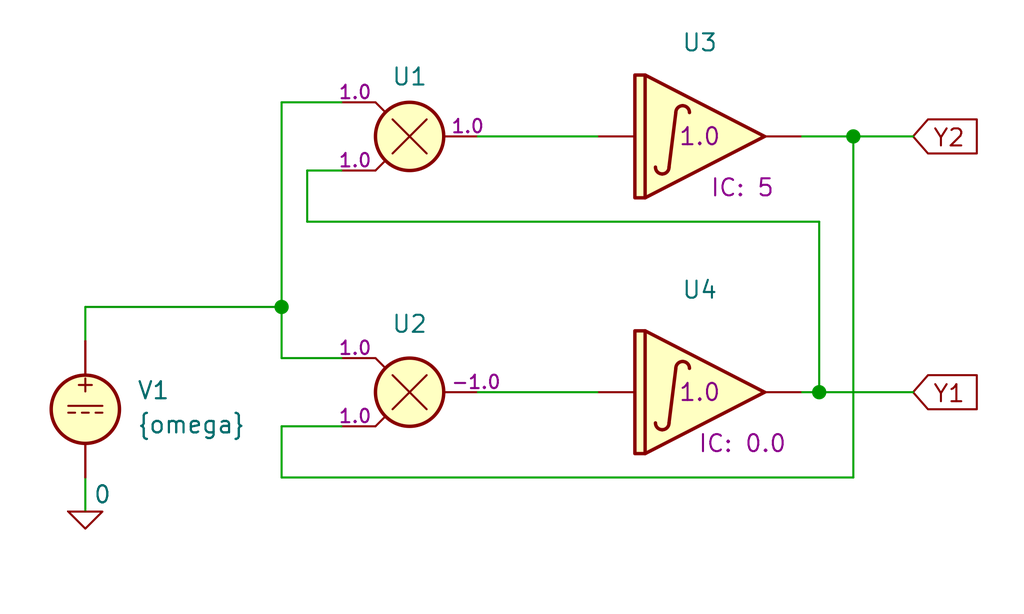
<source format=kicad_sch>
(kicad_sch (version 20250114) (generator "eeschema") (generator_version "9.0")
  (paper "User" 76.2 45.72)
  (lib_symbols
    (symbol "Simulation_SPICE:0" (power) (pin_numbers (hide yes)) (pin_names (offset 0) (hide yes))
      (property "Value" "0" (at 0 -2.54 0))
      (symbol "0_0_1"
        (polyline (pts (xy -1.27 0) (xy 0 -1.27) (xy 1.27 0) (xy -1.27 0)))
      )
      (symbol "0_1_1"
        (pin power_in line (at 0 0 0) (length 0) (name "~") (number "1"))
      )
    )
    (symbol "Simulation_SPICE:VDC" (pin_numbers (hide yes)) (pin_names (offset 0.0254))
      (property "Reference" "V" (at 2.54 2.54 0))
      (property "Value" "1" (at 2.54 0 0))
      (symbol "VDC_0_0"
        (polyline (pts (xy -1.27 0.254) (xy 1.27 0.254)))
        (polyline (pts (xy -0.762 -0.254) (xy -1.27 -0.254)))
        (polyline (pts (xy 0.254 -0.254) (xy -0.254 -0.254)))
        (polyline (pts (xy 1.27 -0.254) (xy 0.762 -0.254)))
        (text "+" (at 0 1.905 0) (effects (font (size 1.27 1.27))))
      )
      (symbol "VDC_0_1"
        (circle (center 0 0) (radius 2.54) (stroke (width 0.254)) (fill (type background)))
      )
      (symbol "VDC_1_1"
        (pin passive line (at 0 5.08 270) (length 2.54) (name "~") (number "1"))
        (pin passive line (at 0 -5.08 90) (length 2.54) (name "~") (number "2"))
      )
    )
    (symbol "XSPICE-Analog:A_INT" (pin_numbers (hide yes)) (pin_names (offset 0.254)) (in_bom no) (on_board no)
      (property "Reference" "U5" (at 0.508 5.08 0))
      (property "GAIN" "1.0" (at 0 0 0))
      (symbol "A_INT_0_1"
        (arc (start -2.794 -2.794) (mid -3.1532 -2.6452) (end -3.302 -2.286) (stroke (width 0.254)))
        (arc (start -2.286 -2.286) (mid -2.4348 -2.6452) (end -2.794 -2.794) (stroke (width 0.254)))
        (arc (start -1.778 1.778) (mid -1.6292 2.1372) (end -1.27 2.286) (stroke (width 0.254)))
        (arc (start -1.27 2.286) (mid -0.9108 2.1372) (end -0.762 1.778) (stroke (width 0.254)))
        (polyline (pts (xy 4.826 0) (xy -4.064 4.572) (xy -4.826 4.572) (xy -4.826 -4.572) (xy -4.064 -4.572) (xy 4.826 0)) (stroke (width 0.254)) (fill (type background)))
      )
      (symbol "A_INT_1_1"
        (polyline (pts (xy -4.064 4.572) (xy -4.064 -4.572)) (stroke (width 0.254)))
        (polyline (pts (xy -1.778 1.778) (xy -2.286 -2.286)) (stroke (width 0.254)))
        (pin input line (at -7.62 0 0) (length 2.8) (name "") (number "1"))
        (pin output line (at 7.62 0 180) (length 2.8) (name "~") (number "2"))
      )
    )
    (symbol "XSPICE-Analog:A_MULT_2" (pin_numbers (hide yes)) (pin_names (offset 0.0254)) (in_bom no) (on_board no)
      (property "Reference" "U1" (at 0 5.08 0))
      (property "IN_GAIN_1" "1.0" (at -5.334 3.302 0))
      (property "IN_GAIN_2" "1.0" (at -5.334 -1.778 0))
      (property "OUT_GAIN" "1.0" (at 3.048 0.762 0))
      (symbol "A_MULT_2_0_0"
        (polyline (pts (xy -2.54 2.54) (xy -1.905 1.905)))
        (polyline (pts (xy -2.54 -2.54) (xy -1.905 -1.905)))
      )
      (symbol "A_MULT_2_0_1"
        (polyline (pts (xy -1.27 1.27) (xy 1.27 -1.27)))
        (polyline (pts (xy -1.27 -1.27) (xy 1.27 1.27)))
        (circle (center 0 0) (radius 2.54) (stroke (width 0.254)) (fill (type background)))
      )
      (symbol "A_MULT_2_1_1"
        (pin input line (at -5.08 2.54 0) (length 2.54) (name "") (number "1"))
        (pin input line (at -5.08 -2.54 0) (length 2.54) (name "") (number "2"))
        (pin output line (at 5.08 0 180) (length 2.54) (name "~") (number "3"))
      )
    )
  )
  (junction (at 63.5 10.16))
  (junction (at 60.96 29.21))
  (junction (at 20.955 22.86))
  (wire (pts (xy 22.86 12.7) (xy 25.4 12.7)))
  (wire (pts (xy 63.5 35.56) (xy 20.955 35.56)))
  (wire (pts (xy 25.4 7.62) (xy 20.955 7.62)))
  (wire (pts (xy 60.96 29.21) (xy 60.96 16.51)))
  (wire (pts (xy 6.35 35.56) (xy 6.35 38.1)))
  (wire (pts (xy 35.56 10.16) (xy 44.45 10.16)))
  (wire (pts (xy 59.69 10.16) (xy 63.5 10.16)))
  (wire (pts (xy 20.955 35.56) (xy 20.955 31.75)))
  (wire (pts (xy 60.96 29.21) (xy 67.945 29.21)))
  (wire (pts (xy 20.955 7.62) (xy 20.955 22.86)))
  (wire (pts (xy 6.35 25.4) (xy 6.35 22.86)))
  (wire (pts (xy 35.56 29.21) (xy 44.45 29.21)))
  (wire (pts (xy 63.5 10.16) (xy 63.5 35.56)))
  (wire (pts (xy 6.35 22.86) (xy 20.955 22.86)))
  (wire (pts (xy 63.5 10.16) (xy 67.945 10.16)))
  (wire (pts (xy 20.955 31.75) (xy 25.4 31.75)))
  (wire (pts (xy 20.955 22.86) (xy 20.955 26.67)))
  (wire (pts (xy 59.69 29.21) (xy 60.96 29.21)))
  (wire (pts (xy 60.96 16.51) (xy 22.86 16.51)))
  (wire (pts (xy 20.955 26.67) (xy 25.4 26.67)))
  (wire (pts (xy 22.86 16.51) (xy 22.86 12.7)))
  (global_label "Y2" (shape input) (at 67.945 10.16 0) (property "Intersheetrefs" "${INTERSHEET_REFS}" (effects (hide yes))))
  (global_label "Y1" (shape input) (at 67.945 29.21 0) (property "Intersheetrefs" "${INTERSHEET_REFS}" (effects (hide yes))))
  (symbol (lib_id "XSPICE-Analog:A_INT") (at 52.07 29.21 0) (unit 1) (in_bom no) (on_board no)
    (property "Reference" "U4" (at 52.07 21.59 0))
    (property "Value" "A_INT" (effects (hide yes)))
    (property "Description" "Integrator" (effects (hide yes)))
    (property "GAIN" "1.0" (at 52.07 29.21 0))
    (property "OFFSET" "0.0" (effects (hide yes)))
    (property "IC" "0.0" (at 55.245 33.02 0) (show_name yes))
    (property "Sim.Name" "A_INT" (effects (hide yes)))
    (property "Sim.Device" "SUBCKT" (effects (hide yes)))
    (property "Sim.Library" "xspice_analog.sp" (effects (hide yes)))
    (property "Sim.Pins" "1=in  2=out" (effects (hide yes)))
    (property "Sim.Params" "in_offset=${OFFSET} out_gain=${GAIN} out_ic=${IC}" (effects (hide yes)))
  )
  (symbol (lib_id "XSPICE-Analog:A_INT") (at 52.07 10.16 0) (unit 1) (in_bom no) (on_board no)
    (property "Reference" "U3" (at 52.07 3.175 0))
    (property "Value" "A_INT" (effects (hide yes)))
    (property "Description" "Integrator" (effects (hide yes)))
    (property "GAIN" "1.0" (at 52.07 10.16 0))
    (property "OFFSET" "0.0" (effects (hide yes)))
    (property "IC" "5" (at 55.245 13.97 0) (show_name yes))
    (property "Sim.Name" "A_INT" (effects (hide yes)))
    (property "Sim.Device" "SUBCKT" (effects (hide yes)))
    (property "Sim.Library" "xspice_analog.sp" (effects (hide yes)))
    (property "Sim.Pins" "1=in  2=out" (effects (hide yes)))
    (property "Sim.Params" "in_offset=${OFFSET} out_gain=${GAIN} out_ic=${IC}" (effects (hide yes)))
  )
  (symbol (lib_id "XSPICE-Analog:A_MULT_2") (at 30.48 29.21 0) (unit 1) (in_bom no) (on_board no)
    (property "Reference" "U2" (at 30.48 24.13 0))
    (property "Value" "A_MULT_2" (effects (hide yes)))
    (property "Description" "Analog multiplier" (effects (hide yes)))
    (property "IN_GAIN_1" "1.0" (at 25.146 25.908 0) (effects (font (size 1 1)) (justify left)))
    (property "IN_GAIN_2" "1.0" (at 25.146 30.988 0) (effects (font (size 1 1)) (justify left)))
    (property "OUT_GAIN" "-1.0" (at 33.528 28.448 0) (effects (font (size 1 1)) (justify left)))
    (property "IN_OFFSET_1" "0.0" (effects (hide yes)))
    (property "IN_OFFSET_2" "0.0" (effects (hide yes)))
    (property "OUT_OFFSET" "0.0" (effects (hide yes)))
    (property "Sim.Name" "A_MULT_2" (effects (hide yes)))
    (property "Sim.Device" "SUBCKT" (effects (hide yes)))
    (property "Sim.Pins" "1=in1 2=in2 3=out" (effects (hide yes)))
    (property "Sim.Library" "xspice_analog.sp" (effects (hide yes)))
    (property "Sim.Params" "in1_gain=${IN_GAIN_1} in1_offset=0 in2_gain=${IN_GAIN_2} in2_offset=0 out_gain=${OUT_GAIN} out_offset=0" (effects (hide yes)))
  )
  (symbol (lib_id "XSPICE-Analog:A_MULT_2") (at 30.48 10.16 0) (unit 1) (in_bom no) (on_board no)
    (property "Reference" "U1" (at 30.48 5.715 0))
    (property "Value" "A_MULT_2" (effects (hide yes)))
    (property "Description" "Analog multiplier" (effects (hide yes)))
    (property "IN_GAIN_1" "1.0" (at 25.146 6.858 0) (effects (font (size 1 1)) (justify left)))
    (property "IN_GAIN_2" "1.0" (at 25.146 11.938 0) (effects (font (size 1 1)) (justify left)))
    (property "OUT_GAIN" "1.0" (at 33.528 9.398 0) (effects (font (size 1 1)) (justify left)))
    (property "IN_OFFSET_1" "0.0" (effects (hide yes)))
    (property "IN_OFFSET_2" "0.0" (effects (hide yes)))
    (property "OUT_OFFSET" "0.0" (effects (hide yes)))
    (property "Sim.Name" "A_MULT_2" (effects (hide yes)))
    (property "Sim.Device" "SUBCKT" (effects (hide yes)))
    (property "Sim.Pins" "1=in1 2=in2 3=out" (effects (hide yes)))
    (property "Sim.Library" "xspice_analog.sp" (effects (hide yes)))
    (property "Sim.Params" "in1_gain=${IN_GAIN_1} in1_offset=0 in2_gain=${IN_GAIN_2} in2_offset=0 out_gain=${OUT_GAIN} out_offset=0" (effects (hide yes)))
  )
  (symbol (lib_id "Simulation_SPICE:VDC") (at 6.35 30.48 0) (unit 1)
    (property "Reference" "V1" (at 10.16 29.0801 0) (effects (justify left)))
    (property "Value" "{omega}" (at 10.16 31.6201 0) (effects (justify left)))
    (property "Datasheet" "https://ngspice.sourceforge.io/docs/ngspice-html-manual/manual.xhtml#sec_Independent_Sources_for" (effects (hide yes)))
    (property "Description" "Voltage source, DC" (effects (hide yes)))
    (property "Sim.Pins" "1=+ 2=-" (effects (hide yes)))
    (property "Sim.Type" "DC" (effects (hide yes)))
    (property "Sim.Device" "V" (effects (hide yes)))
  )
  (symbol (lib_id "Simulation_SPICE:0") (at 6.35 38.1 0) (unit 1)
    (property "Reference" "#GND01" (effects (hide yes)))
    (property "Value" "0" (at 7.62 36.83 0))
    (property "Datasheet" "https://ngspice.sourceforge.io/docs/ngspice-html-manual/manual.xhtml#subsec_Circuit_elements__device" (effects (hide yes)))
    (property "Description" "0V reference potential for simulation" (effects (hide yes)))
  )
)
</source>
